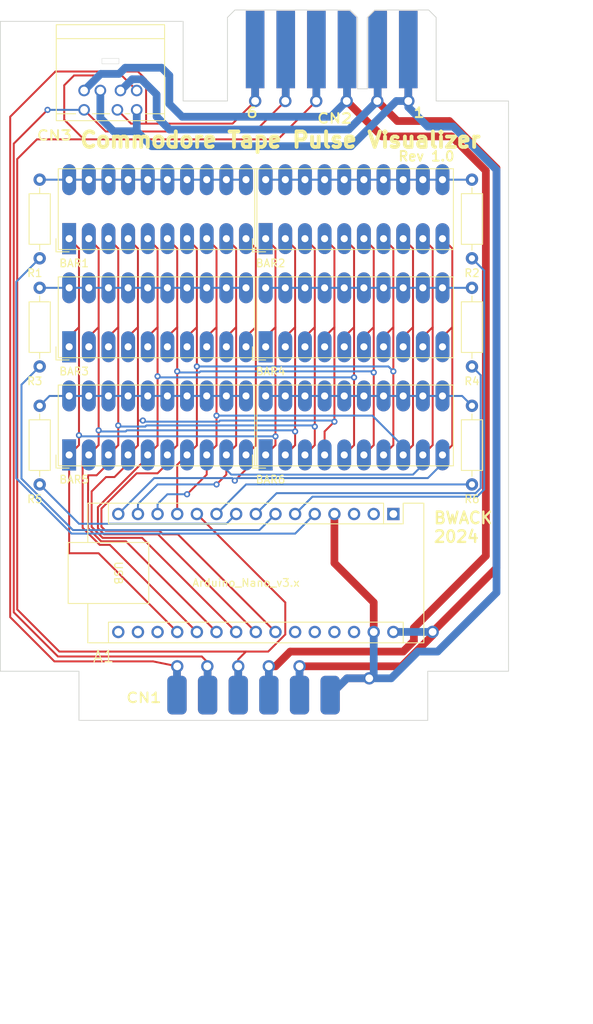
<source format=kicad_pcb>
(kicad_pcb (version 20221018) (generator pcbnew)
  (title_block (title "Commodore Tape Pulse Visualizer") (date "2024-02-04") (rev "1.0"))
  (layers (0 "F.Cu" signal) (31 "B.Cu" signal) (34 "B.Paste" user) (35 "F.Paste" user) (36 "B.SilkS" user "B.Silkscreen") (37 "F.SilkS" user "F.Silkscreen") (38 "B.Mask" user) (39 "F.Mask" user) (44 "Edge.Cuts" user))
  (net 0 "")
  (net 1 "GND")
  (net 2 "+5V")
  (net 3 "/CASS_MOTOR")
  (net 4 "/CASS_WRT")
  (net 5 "/LED6")
  (net 6 "/LED7")
  (net 7 "/LED8")
  (net 8 "/LED9")
  (net 9 "/LED0")
  (net 10 "/LED1")
  (net 11 "/LED2")
  (net 12 "/CASS_SENSE")
  (net 13 "/CASS_RD")
  (net 14 "/LED3")
  (net 15 "/LED4")
  (net 16 "/LED5")
  (net 17 "Net-(BAR1-K-Pad11)")
  (net 18 "Net-(BAR2-K-Pad11)")
  (net 22 "/BAR1")
  (net 23 "/BAR2")
  (net 24 "/BAR3")
  (net 25 "/BAR4")
  (net 31 "/BAR5")
  (net 32 "/BAR6")
  (net 35 "Net-(BAR3-K-Pad11)")
  (net 36 "Net-(BAR4-K-Pad11)")
  (net 37 "Net-(BAR5-K-Pad11)")
  (net 38 "Net-(BAR6-K-Pad11)")
  (footprint "jaujau:EDGE_CON_FEMALE_12P_TAPE" (layer "F.Cu") (at 86.327556 155.82517)
    (fp_text reference "CN1")
    (fp_text value "~")
  )
  (footprint "Resistor_THT:R_Axial_DIN0207_L6.3mm_D2.5mm_P10.16mm_Horizontal" (layer "F.Cu") (at 124.46 60.96 -90)
    (fp_text reference "R4")
    (fp_text value "1K")
  )
  (footprint "Resistor_THT:R_Axial_DIN0207_L6.3mm_D2.5mm_P10.16mm_Horizontal" (layer "F.Cu") (at 124.46 76.2 -90)
    (fp_text reference "R6")
    (fp_text value "1K")
  )
  (footprint "jaujau:HDSP-4832" (layer "F.Cu") (at 97.79 68.58 90)
    (fp_text reference "BAR4")
    (fp_text value "HDSP-4832_2")
  )
  (footprint "Resistor_THT:R_Axial_DIN0207_L6.3mm_D2.5mm_P10.16mm_Horizontal" (layer "F.Cu") (at 68.58 60.96 -90)
    (fp_text reference "R3")
    (fp_text value "1K")
  )
  (footprint "jaujau:HDSP-4832" (layer "F.Cu") (at 97.79 54.61 90)
    (fp_text reference "BAR2")
    (fp_text value "HDSP-4832_2")
  )
  (footprint "jaujau:HDSP-4832" (layer "F.Cu") (at 72.39 54.61 90)
    (fp_text reference "BAR1")
    (fp_text value "HDSP-4832_2")
  )
  (footprint "c64c-library:EDGE_CON_12P_TAPE" (layer "F.Cu") (at 96.428045 30.18152)
    (fp_text reference "CN2")
    (fp_text value "~")
  )
  (footprint "Resistor_THT:R_Axial_DIN0207_L6.3mm_D2.5mm_P10.16mm_Horizontal" (layer "F.Cu") (at 68.58 76.2 -90)
    (fp_text reference "R5")
    (fp_text value "1K")
  )
  (footprint "jaujau:HDSP-4832" (layer "F.Cu") (at 97.79 82.55 90)
    (fp_text reference "BAR6")
    (fp_text value "HDSP-4832_2")
  )
  (footprint "jaujau:HDSP-4832" (layer "F.Cu") (at 72.39 68.58 90)
    (fp_text reference "BAR3")
    (fp_text value "HDSP-4832_2")
  )
  (footprint "Resistor_THT:R_Axial_DIN0207_L6.3mm_D2.5mm_P10.16mm_Horizontal" (layer "F.Cu") (at 124.46 46.99 -90)
    (fp_text reference "R2")
    (fp_text value "1K")
  )
  (footprint "Module:Arduino_Nano" (layer "F.Cu") (at 114.3 90.18 -90)
    (fp_text reference "A1")
    (fp_text value "Arduino_Nano_v3.x")
  )
  (footprint "Resistor_THT:R_Axial_DIN0207_L6.3mm_D2.5mm_P10.16mm_Horizontal" (layer "F.Cu") (at 68.58 46.99 -90)
    (fp_text reference "R1")
    (fp_text value "1K")
  )
  (footprint "jaujau:CUI_MD-70S" (layer "F.Cu") (at 77.724 26.973 180)
    (fp_text reference "CN3")
    (fp_text value "MiniDIN 7pin female")
    (fp_line (start -1.1 -5.052002) (end 1.1 -5.052002) (stroke (width 0.05)) (layer "Edge.Cuts"))
    (fp_line (start -1.1 -4.352002) (end -1.1 -5.052002) (stroke (width 0.05)) (layer "Edge.Cuts"))
    (fp_line (start -1.1 -4.352002) (end 1.1 -4.352002) (stroke (width 0.05)) (layer "Edge.Cuts"))
    (fp_line (start 1.1 -4.352002) (end 1.1 -5.052002) (stroke (width 0.05)) (layer "Edge.Cuts"))
  )
  (footprint "jaujau:HDSP-4832" (layer "F.Cu") (at 72.39 82.55 90)
    (fp_text reference "BAR5")
    (fp_text value "HDSP-4832_2")
  )
  (gr_line (start 73.66 116.84) (end 118.745 116.84) (stroke (width 0.1)) (layer "Edge.Cuts"))
  (gr_line (start 63.5 26.543) (end 63.5 110.49) (stroke (width 0.1)) (layer "Edge.Cuts"))
  (gr_line (start 108.7044 25.0698) (end 109.6696 26.035) (stroke (width 0.1)) (layer "Edge.Cuts"))
  (gr_line (start 118.745 116.84) (end 118.745 110.49) (stroke (width 0.1)) (layer "Edge.Cuts"))
  (gr_line (start 92.55 36.83) (end 92.8548 36.83) (stroke (width 0.1)) (layer "Edge.Cuts"))
  (gr_line (start 118.745 110.49) (end 129.1844 110.49) (stroke (width 0.1)) (layer "Edge.Cuts"))
  (gr_line (start 111.9048 25.0698) (end 118.8644 25.0698) (stroke (width 0.1)) (layer "Edge.Cuts"))
  (gr_line (start 87.122 36.83) (end 87.122 26.543) (stroke (width 0.1)) (layer "Edge.Cuts"))
  (gr_line (start 109.6696 26.035) (end 109.6696 35.2552) (stroke (width 0.1)) (layer "Edge.Cuts"))
  (gr_line (start 118.8644 25.0698) (end 119.8296 26.035) (stroke (width 0.1)) (layer "Edge.Cuts"))
  (gr_line (start 92.8548 26.035) (end 93.82 25.0698) (stroke (width 0.1)) (layer "Edge.Cuts"))
  (gr_line (start 120.1344 36.83) (end 129.1844 36.83) (stroke (width 0.1)) (layer "Edge.Cuts"))
  (gr_line (start 109.6696 35.2552) (end 110.9396 35.2552) (stroke (width 0.1)) (layer "Edge.Cuts"))
  (gr_line (start 87.122 26.543) (end 63.5 26.543) (stroke (width 0.1)) (layer "Edge.Cuts"))
  (gr_line (start 119.8296 26.035) (end 119.8296 36.83) (stroke (width 0.1)) (layer "Edge.Cuts"))
  (gr_line (start 110.9396 26.035) (end 111.9048 25.0698) (stroke (width 0.1)) (layer "Edge.Cuts"))
  (gr_line (start 119.8296 36.83) (end 120.1344 36.83) (stroke (width 0.1)) (layer "Edge.Cuts"))
  (gr_line (start 129.1844 110.49) (end 129.1844 36.83) (stroke (width 0.1)) (layer "Edge.Cuts"))
  (gr_line (start 73.66 116.84) (end 73.66 110.49) (stroke (width 0.1)) (layer "Edge.Cuts"))
  (gr_line (start 93.82 25.0698) (end 108.7044 25.0698) (stroke (width 0.1)) (layer "Edge.Cuts"))
  (gr_line (start 92.55 36.83) (end 87.122 36.83) (stroke (width 0.1)) (layer "Edge.Cuts"))
  (gr_line (start 73.66 110.49) (end 63.5 110.49) (stroke (width 0.1)) (layer "Edge.Cuts"))
  (gr_line (start 92.8548 36.83) (end 92.8548 26.035) (stroke (width 0.1)) (layer "Edge.Cuts"))
  (gr_line (start 110.9396 35.2552) (end 110.9396 26.035) (stroke (width 0.1)) (layer "Edge.Cuts"))
  (gr_text "Commodore Tape Pulse Visualizer" (at 73.5584 43.0276) (layer "F.SilkS") (effects (font (size 2 2) (thickness 0.5) bold) (justify left bottom)))
  (gr_text "Rev ${REVISION}" (at 114.808 44.704) (layer "F.SilkS") (effects (font (size 1.25 1.25) (thickness 0.25) bold) (justify left bottom)))
  (gr_text "BWACK\n2024" (at 119.38 93.98) (layer "F.SilkS") (effects (font (size 1.5 1.5) (thickness 0.3) bold) (justify left bottom)))
  (segment (start 108.297726 111.405) (end 111.183182 111.405) (width 1) (layer "F.Cu") (net 1))
  (segment (start 111.76 101.6) (end 106.68 96.52) (width 1) (layer "F.Cu") (net 1))
  (segment (start 116.228045 30.18152) (end 116.228045 36.823692) (width 1) (layer "F.Cu") (net 1))
  (segment (start 116.228045 36.823692) (end 116.234353 36.83) (width 1) (layer "F.Cu") (net 1))
  (segment (start 111.76 105.42) (end 111.76 101.6) (width 1) (layer "F.Cu") (net 1))
  (segment (start 106.68 96.52) (end 106.68 90.18) (width 1) (layer "F.Cu") (net 1))
  (segment (start 106.127556 113.57517) (end 108.297726 111.405) (width 1) (layer "F.Cu") (net 1))
  (via (at 116.234353 36.83) (size 1.6) (drill 1) (layers "F.Cu" "B.Cu") (net 1))
  (via (at 111.183182 111.405) (size 1.6) (drill 1) (layers "F.Cu" "B.Cu") (net 1))
  (segment (start 78.1268 40.738) (end 76.424 39.0352) (width 1) (layer "B.Cu") (net 1))
  (segment (start 127.635 45.72) (end 122.047 40.132) (width 1) (layer "B.Cu") (net 1))
  (segment (start 114.681 36.83) (end 108.839 42.672) (width 1) (layer "B.Cu") (net 1))
  (segment (start 127.635 100.33) (end 120.015 107.95) (width 1) (layer "B.Cu") (net 1))
  (segment (start 108.839 42.672) (end 83.058 42.672) (width 1) (layer "B.Cu") (net 1))
  (segment (start 108.297726 111.405) (end 111.183182 111.405) (width 1) (layer "B.Cu") (net 1))
  (segment (start 117.475 107.95) (end 114.02 111.405) (width 1) (layer "B.Cu") (net 1))
  (segment (start 118.745 40.132) (end 116.234353 37.621353) (width 1) (layer "B.Cu") (net 1))
  (segment (start 120.015 107.95) (end 117.475 107.95) (width 1) (layer "B.Cu") (net 1))
  (segment (start 116.234353 36.83) (end 114.681 36.83) (width 1) (layer "B.Cu") (net 1))
  (segment (start 122.047 40.132) (end 118.745 40.132) (width 1) (layer "B.Cu") (net 1))
  (segment (start 81.124 40.738) (end 78.1268 40.738) (width 1) (layer "B.Cu") (net 1))
  (segment (start 116.228045 36.823692) (end 116.234353 36.83) (width 1) (layer "B.Cu") (net 1))
  (segment (start 116.228045 30.18152) (end 116.228045 36.823692) (width 1) (layer "B.Cu") (net 1))
  (segment (start 127.635 45.72) (end 127.635 100.33) (width 1) (layer "B.Cu") (net 1))
  (segment (start 116.234353 37.621353) (end 116.234353 36.83) (width 1) (layer "B.Cu") (net 1))
  (segment (start 106.127556 113.57517) (end 108.297726 111.405) (width 1) (layer "B.Cu") (net 1))
  (segment (start 114.02 111.405) (end 111.183182 111.405) (width 1) (layer "B.Cu") (net 1))
  (segment (start 111.76 105.42) (end 111.76 110.828182) (width 1) (layer "B.Cu") (net 1))
  (segment (start 111.76 110.828182) (end 111.183182 111.405) (width 1) (layer "B.Cu") (net 1))
  (segment (start 81.124 40.738) (end 81.124 37.973) (width 1) (layer "B.Cu") (net 1))
  (segment (start 76.424 39.0352) (end 76.424 35.473) (width 1) (layer "B.Cu") (net 1))
  (segment (start 83.058 42.672) (end 81.124 40.738) (width 1) (layer "B.Cu") (net 1))
  (segment (start 102.176624 109.855) (end 102.176624 113.566102) (width 1) (layer "F.Cu") (net 2))
  (segment (start 112.268045 30.18152) (end 112.268045 36.783604) (width 1) (layer "F.Cu") (net 2))
  (segment (start 119.38 105.837056) (end 119.38 105.41) (width 1) (layer "F.Cu") (net 2))
  (segment (start 115.362056 109.855) (end 119.38 105.837056) (width 1) (layer "F.Cu") (net 2))
  (segment (start 102.176624 109.855) (end 115.362056 109.855) (width 1) (layer "F.Cu") (net 2))
  (segment (start 127.635 45.512056) (end 121.539295 39.416351) (width 1) (layer "F.Cu") (net 2))
  (segment (start 114.808 39.416351) (end 112.221649 36.83) (width 1) (layer "F.Cu") (net 2))
  (segment (start 119.38 105.41) (end 127.635 97.155) (width 1) (layer "F.Cu") (net 2))
  (segment (start 127.635 97.155) (end 127.635 45.512056) (width 1) (layer "F.Cu") (net 2))
  (segment (start 102.176624 113.566102) (end 102.167556 113.57517) (width 1) (layer "F.Cu") (net 2))
  (segment (start 112.268045 36.783604) (end 112.221649 36.83) (width 1) (layer "F.Cu") (net 2))
  (segment (start 121.539295 39.416351) (end 114.808 39.416351) (width 1) (layer "F.Cu") (net 2))
  (via (at 112.221649 36.83) (size 1.6) (drill 1) (layers "F.Cu" "B.Cu") (net 2))
  (via (at 102.176624 109.855) (size 1.6) (drill 1) (layers "F.Cu" "B.Cu") (net 2))
  (via (at 119.38 105.41) (size 1.6) (drill 1) (layers "F.Cu" "B.Cu") (net 2))
  (segment (start 114.31 105.41) (end 114.3 105.42) (width 1) (layer "B.Cu") (net 2))
  (segment (start 79.07339 35.473) (end 80.52339 34.023) (width 1) (layer "B.Cu") (net 2))
  (segment (start 83.693 35.99139) (end 83.693 38.844944) (width 1) (layer "B.Cu") (net 2))
  (segment (start 102.167556 113.57517) (end 102.167556 109.864068) (width 1) (layer "B.Cu") (net 2))
  (segment (start 119.38 105.41) (end 114.31 105.41) (width 1) (layer "B.Cu") (net 2))
  (segment (start 83.693 38.844944) (end 85.361056 40.513) (width 1) (layer "B.Cu") (net 2))
  (segment (start 80.52339 34.023) (end 81.72461 34.023) (width 1) (layer "B.Cu") (net 2))
  (segment (start 81.72461 34.023) (end 83.693 35.99139) (width 1) (layer "B.Cu") (net 2))
  (segment (start 102.167556 109.864068) (end 102.176624 109.855) (width 1) (layer "B.Cu") (net 2))
  (segment (start 79.024 35.473) (end 79.07339 35.473) (width 1) (layer "B.Cu") (net 2))
  (segment (start 112.268045 36.783604) (end 112.221649 36.83) (width 1) (layer "B.Cu") (net 2))
  (segment (start 85.361056 40.513) (end 108.538649 40.513) (width 1) (layer "B.Cu") (net 2))
  (segment (start 112.268045 30.18152) (end 112.268045 36.783604) (width 1) (layer "B.Cu") (net 2))
  (segment (start 108.538649 40.513) (end 112.221649 36.83) (width 1) (layer "B.Cu") (net 2))
  (segment (start 108.308045 30.18152) (end 108.308045 36.788935) (width 1) (layer "F.Cu") (net 3))
  (segment (start 121.827888 41.402) (end 112.83898 41.402) (width 1) (layer "F.Cu") (net 3))
  (segment (start 116.953161 106.566839) (end 116.953161 104.888161) (width 1) (layer "F.Cu") (net 3))
  (segment (start 112.83898 41.402) (end 108.26698 36.83) (width 1) (layer "F.Cu") (net 3))
  (segment (start 98.201227 109.855) (end 99.06 109.855) (width 1) (layer "F.Cu") (net 3))
  (segment (start 126.255444 95.585877) (end 126.255444 45.829556) (width 1) (layer "F.Cu") (net 3))
  (segment (start 98.207556 109.861329) (end 98.201227 109.855) (width 1) (layer "F.Cu") (net 3))
  (segment (start 115.57 107.95) (end 116.953161 106.566839) (width 1) (layer "F.Cu") (net 3))
  (segment (start 108.308045 36.788935) (end 108.26698 36.83) (width 1) (layer "F.Cu") (net 3))
  (segment (start 99.06 109.855) (end 100.965 107.95) (width 1) (layer "F.Cu") (net 3))
  (segment (start 100.965 107.95) (end 115.57 107.95) (width 1) (layer "F.Cu") (net 3))
  (segment (start 116.953161 104.888161) (end 126.255444 95.585877) (width 1) (layer "F.Cu") (net 3))
  (segment (start 126.255444 45.829556) (end 121.827888 41.402) (width 1) (layer "F.Cu") (net 3))
  (segment (start 98.207556 113.57517) (end 98.207556 109.861329) (width 1) (layer "F.Cu") (net 3))
  (via (at 98.201227 109.855) (size 1.6) (drill 1) (layers "F.Cu" "B.Cu") (net 3))
  (via (at 108.26698 36.83) (size 1.6) (drill 1) (layers "F.Cu" "B.Cu") (net 3))
  (segment (start 78.8416 33.3248) (end 79.6352 32.5312) (width 1) (layer "B.Cu") (net 3))
  (segment (start 108.308045 36.788935) (end 108.26698 36.83) (width 1) (layer "B.Cu") (net 3))
  (segment (start 74.324 35.473) (end 76.4722 33.3248) (width 1) (layer "B.Cu") (net 3))
  (segment (start 85.344 33.528) (end 85.344 37.211) (width 1) (layer "B.Cu") (net 3))
  (segment (start 106.23498 38.862) (end 108.26698 36.83) (width 1) (layer "B.Cu") (net 3))
  (segment (start 98.207556 113.57517) (end 98.207556 109.861329) (width 1) (layer "B.Cu") (net 3))
  (segment (start 108.308045 30.18152) (end 108.308045 36.788935) (width 1) (layer "B.Cu") (net 3))
  (segment (start 86.995 38.862) (end 106.23498 38.862) (width 1) (layer "B.Cu") (net 3))
  (segment (start 85.344 37.211) (end 86.995 38.862) (width 1) (layer "B.Cu") (net 3))
  (segment (start 84.3472 32.5312) (end 85.344 33.528) (width 1) (layer "B.Cu") (net 3))
  (segment (start 76.4722 33.3248) (end 78.8416 33.3248) (width 1) (layer "B.Cu") (net 3))
  (segment (start 79.6352 32.5312) (end 84.3472 32.5312) (width 1) (layer "B.Cu") (net 3))
  (segment (start 98.207556 109.861329) (end 98.201227 109.855) (width 1) (layer "B.Cu") (net 3))
  (segment (start 79.052 40.767) (end 77.118 40.767) (width 0.25) (layer "F.Cu") (net 4))
  (segment (start 90.287556 113.57517) (end 90.287556 109.890037) (width 1) (layer "F.Cu") (net 4))
  (segment (start 65.224 42.345) (end 69.596 37.973) (width 0.254) (layer "F.Cu") (net 4))
  (segment (start 100.388045 30.18152) (end 100.388045 36.774726) (width 1) (layer "F.Cu") (net 4))
  (segment (start 90.252519 109.302519) (end 89.535 108.585) (width 0.254) (layer "F.Cu") (net 4))
  (segment (start 90.287556 109.890037) (end 90.252519 109.855) (width 1) (layer "F.Cu") (net 4))
  (segment (start 89.535 108.585) (end 70.939 108.585) (width 0.254) (layer "F.Cu") (net 4))
  (segment (start 77.118 40.767) (end 74.324 37.973) (width 0.25) (layer "F.Cu") (net 4))
  (segment (start 100.388045 36.774726) (end 100.332771 36.83) (width 1) (layer "F.Cu") (net 4))
  (segment (start 70.939 108.585) (end 65.224 102.87) (width 0.254) (layer "F.Cu") (net 4))
  (segment (start 65.224 102.87) (end 65.224 44.638052) (width 0.254) (layer "F.Cu") (net 4))
  (segment (start 96.395771 40.767) (end 79.052 40.767) (width 0.25) (layer "F.Cu") (net 4))
  (segment (start 90.252519 109.855) (end 90.252519 109.302519) (width 0.254) (layer "F.Cu") (net 4))
  (segment (start 65.224 44.638052) (end 65.224 42.345) (width 0.254) (layer "F.Cu") (net 4))
  (segment (start 100.332771 36.83) (end 96.395771 40.767) (width 0.25) (layer "F.Cu") (net 4))
  (via (at 69.596 37.973) (size 0.8) (drill 0.4) (layers "F.Cu" "B.Cu") (net 4))
  (via (at 90.252519 109.855) (size 1.6) (drill 1) (layers "F.Cu" "B.Cu") (net 4))
  (via (at 100.332771 36.83) (size 1.6) (drill 1) (layers "F.Cu" "B.Cu") (net 4))
  (segment (start 69.596 37.973) (end 74.324 37.973) (width 0.254) (layer "B.Cu") (net 4))
  (segment (start 90.287556 113.57517) (end 90.287556 109.890037) (width 1) (layer "B.Cu") (net 4))
  (segment (start 100.388045 36.774726) (end 100.332771 36.83) (width 1) (layer "B.Cu") (net 4))
  (segment (start 90.287556 109.890037) (end 90.252519 109.855) (width 1) (layer "B.Cu") (net 4))
  (segment (start 100.388045 30.18152) (end 100.388045 36.774726) (width 1) (layer "B.Cu") (net 4))
  (segment (start 114.3 81.28) (end 114.3 66.04) (width 0.254) (layer "F.Cu") (net 5))
  (segment (start 87.63 54.61) (end 88.9 55.88) (width 0.254) (layer "F.Cu") (net 5))
  (segment (start 88.9 66.04) (end 88.9 71.12) (width 0.254) (layer "F.Cu") (net 5))
  (segment (start 88.9 71.12) (end 88.9 81.3155) (width 0.254) (layer "F.Cu") (net 5))
  (segment (start 86.36 83.82) (end 87.63 82.55) (width 0.25) (layer "F.Cu") (net 5))
  (segment (start 114.3 55.88) (end 113.03 54.61) (width 0.254) (layer "F.Cu") (net 5))
  (segment (start 87.7375 67.167) (end 87.7375 68.58) (width 0.254) (layer "F.Cu") (net 5))
  (segment (start 114.3 66.04) (end 114.3 55.88) (width 0.254) (layer "F.Cu") (net 5))
  (segment (start 113.03 82.55) (end 114.3 81.28) (width 0.254) (layer "F.Cu") (net 5))
  (segment (start 88.9 81.3155) (end 87.63 82.55) (width 0.254) (layer "F.Cu") (net 5))
  (segment (start 113.03 67.31) (end 114.3 66.04) (width 0.254) (layer "F.Cu") (net 5))
  (segment (start 88.9 66.04) (end 87.7375 67.167) (width 0.254) (layer "F.Cu") (net 5))
  (segment (start 113.03 68.58) (end 113.03 67.31) (width 0.254) (layer "F.Cu") (net 5))
  (segment (start 88.9 55.88) (end 88.9 66.04) (width 0.254) (layer "F.Cu") (net 5))
  (segment (start 86.36 90.18) (end 86.36 83.82) (width 0.25) (layer "F.Cu") (net 5))
  (via (at 114.3 71.755) (size 0.8) (drill 0.4) (layers "F.Cu" "B.Cu") (net 5))
  (via (at 88.9 71.12) (size 0.8) (drill 0.4) (layers "F.Cu" "B.Cu") (net 5))
  (segment (start 88.9 71.12) (end 113.665 71.12) (width 0.254) (layer "B.Cu") (net 5))
  (segment (start 113.665 71.12) (end 114.3 71.755) (width 0.254) (layer "B.Cu") (net 5))
  (segment (start 91.44 81.3155) (end 90.17 82.55) (width 0.254) (layer "F.Cu") (net 6))
  (segment (start 116.84 66.04) (end 116.84 55.88) (width 0.254) (layer "F.Cu") (net 6))
  (segment (start 115.57 67.31) (end 116.84 66.04) (width 0.254) (layer "F.Cu") (net 6))
  (segment (start 116.84 55.88) (end 115.57 54.61) (width 0.254) (layer "F.Cu") (net 6))
  (segment (start 91.44 66.04) (end 90.2775 67.167) (width 0.254) (layer "F.Cu") (net 6))
  (segment (start 91.44 66.04) (end 91.44 77.47) (width 0.254) (layer "F.Cu") (net 6))
  (segment (start 91.44 55.88) (end 91.44 66.04) (width 0.254) (layer "F.Cu") (net 6))
  (segment (start 90.2775 67.167) (end 90.2775 68.58) (width 0.254) (layer "F.Cu") (net 6))
  (segment (start 90.17 85.09) (end 90.17 82.55) (width 0.25) (layer "F.Cu") (net 6))
  (segment (start 90.17 54.61) (end 91.44 55.88) (width 0.254) (layer "F.Cu") (net 6))
  (segment (start 87.63 87.63) (end 90.17 85.09) (width 0.25) (layer "F.Cu") (net 6))
  (segment (start 115.57 82.55) (end 116.84 81.28) (width 0.254) (layer "F.Cu") (net 6))
  (segment (start 115.57 68.58) (end 115.57 67.31) (width 0.254) (layer "F.Cu") (net 6))
  (segment (start 116.84 81.28) (end 116.84 66.04) (width 0.254) (layer "F.Cu") (net 6))
  (segment (start 91.44 77.47) (end 91.44 81.3155) (width 0.254) (layer "F.Cu") (net 6))
  (via (at 87.63 87.63) (size 0.8) (drill 0.4) (layers "F.Cu" "B.Cu") (net 6))
  (via (at 91.44 77.47) (size 0.8) (drill 0.4) (layers "F.Cu" "B.Cu") (net 6))
  (segment (start 83.82 88.9) (end 85.09 87.63) (width 0.25) (layer "B.Cu") (net 6))
  (segment (start 83.82 90.18) (end 83.82 88.9) (width 0.25) (layer "B.Cu") (net 6))
  (segment (start 111.59 77.47) (end 115.57 81.45) (width 0.254) (layer "B.Cu") (net 6))
  (segment (start 85.09 87.63) (end 87.63 87.63) (width 0.25) (layer "B.Cu") (net 6))
  (segment (start 115.57 81.45) (end 115.57 82.55) (width 0.254) (layer "B.Cu") (net 6))
  (segment (start 91.44 77.47) (end 111.59 77.47) (width 0.254) (layer "B.Cu") (net 6))
  (segment (start 92.8175 68.58) (end 92.8175 67.2025) (width 0.254) (layer "F.Cu") (net 7))
  (segment (start 92.71 54.61) (end 93.98 55.88) (width 0.254) (layer "F.Cu") (net 7))
  (segment (start 93.98 55.88) (end 93.98 81.3155) (width 0.254) (layer "F.Cu") (net 7))
  (segment (start 118.11 82.55) (end 119.38 81.28) (width 0.254) (layer "F.Cu") (net 7))
  (segment (start 118.11 68.58) (end 118.11 67.31) (width 0.254) (layer "F.Cu") (net 7))
  (segment (start 118.11 67.31) (end 119.38 66.04) (width 0.254) (layer "F.Cu") (net 7))
  (segment (start 119.38 66.04) (end 119.38 55.88) (width 0.254) (layer "F.Cu") (net 7))
  (segment (start 93.98 81.3155) (end 92.71 82.55) (width 0.254) (layer "F.Cu") (net 7))
  (segment (start 119.38 55.88) (end 118.11 54.61) (width 0.254) (layer "F.Cu") (net 7))
  (segment (start 119.38 81.28) (end 119.38 66.04) (width 0.254) (layer "F.Cu") (net 7))
  (segment (start 92.8175 67.2025) (end 93.96582 66.04) (width 0.254) (layer "F.Cu") (net 7))
  (segment (start 91.44 86.36) (end 92.71 85.09) (width 0.25) (layer "F.Cu") (net 7))
  (segment (start 92.71 85.09) (end 92.71 82.55) (width 0.25) (layer "F.Cu") (net 7))
  (via (at 91.44 86.36) (size 0.8) (drill 0.4) (layers "F.Cu" "B.Cu") (net 7))
  (segment (start 81.28 88.9) (end 83.82 86.36) (width 0.25) (layer "B.Cu") (net 7))
  (segment (start 118.11 83.82) (end 118.11 82.55) (width 0.25) (layer "B.Cu") (net 7))
  (segment (start 93.345 85.09) (end 116.84 85.09) (width 0.25) (layer "B.Cu") (net 7))
  (segment (start 83.82 86.36) (end 91.44 86.36) (width 0.25) (layer "B.Cu") (net 7))
  (segment (start 92.71 82.55) (end 92.71 84.455) (width 0.25) (layer "B.Cu") (net 7))
  (segment (start 81.28 90.18) (end 81.28 88.9) (width 0.25) (layer "B.Cu") (net 7))
  (segment (start 92.71 84.455) (end 93.345 85.09) (width 0.25) (layer "B.Cu") (net 7))
  (segment (start 116.84 85.09) (end 118.11 83.82) (width 0.25) (layer "B.Cu") (net 7))
  (segment (start 95.3575 68.58) (end 95.3575 67.167) (width 0.254) (layer "F.Cu") (net 8))
  (segment (start 120.65 68.58) (end 120.65 67.31) (width 0.254) (layer "F.Cu") (net 8))
  (segment (start 120.65 67.31) (end 121.92 66.04) (width 0.254) (layer "F.Cu") (net 8))
  (segment (start 95.3575 67.167) (end 96.52 66.04) (width 0.254) (layer "F.Cu") (net 8))
  (segment (start 121.92 55.88) (end 120.65 54.61) (width 0.254) (layer "F.Cu") (net 8))
  (segment (start 96.52 55.88) (end 96.52 66.04) (width 0.254) (layer "F.Cu") (net 8))
  (segment (start 95.25 82.55) (end 95.25 84.417555) (width 0.25) (layer "F.Cu") (net 8))
  (segment (start 96.52 81.3155) (end 95.25 82.55) (width 0.254) (layer "F.Cu") (net 8))
  (segment (start 121.92 81.28) (end 121.92 66.04) (width 0.254) (layer "F.Cu") (net 8))
  (segment (start 120.65 82.55) (end 121.92 81.28) (width 0.254) (layer "F.Cu") (net 8))
  (segment (start 96.52 66.04) (end 96.52 81.3155) (width 0.254) (layer "F.Cu") (net 8))
  (segment (start 121.92 66.04) (end 121.92 55.88) (width 0.254) (layer "F.Cu") (net 8))
  (segment (start 95.25 54.61) (end 96.52 55.88) (width 0.254) (layer "F.Cu") (net 8))
  (segment (start 95.25 84.417555) (end 93.802555 85.865) (width 0.25) (layer "F.Cu") (net 8))
  (via (at 93.802555 85.865) (size 0.8) (drill 0.4) (layers "F.Cu" "B.Cu") (net 8))
  (segment (start 78.74 90.18) (end 83.38 85.54) (width 0.25) (layer "B.Cu") (net 8))
  (segment (start 93.477555 85.54) (end 93.802555 85.865) (width 0.25) (layer "B.Cu") (net 8))
  (segment (start 120.65 82.55) (end 120.65 83.65) (width 0.25) (layer "B.Cu") (net 8))
  (segment (start 83.38 85.54) (end 93.477555 85.54) (width 0.25) (layer "B.Cu") (net 8))
  (segment (start 118.76 85.54) (end 94.127555 85.54) (width 0.25) (layer "B.Cu") (net 8))
  (segment (start 94.127555 85.54) (end 93.802555 85.865) (width 0.25) (layer "B.Cu") (net 8))
  (segment (start 120.65 83.65) (end 118.76 85.54) (width 0.25) (layer "B.Cu") (net 8))
  (segment (start 72.39 54.61) (end 73.66 55.88) (width 0.254) (layer "F.Cu") (net 9))
  (segment (start 99.06 55.88) (end 97.79 54.61) (width 0.25) (layer "F.Cu") (net 9))
  (segment (start 99.06 80.152) (end 99.06 66.04) (width 0.25) (layer "F.Cu") (net 9))
  (segment (start 73.66 55.88) (end 73.66 66.04) (width 0.254) (layer "F.Cu") (net 9))
  (segment (start 76.19 95.25) (end 72.39 95.25) (width 0.254) (layer "F.Cu") (net 9))
  (segment (start 97.79 67.31) (end 99.06 66.04) (width 0.254) (layer "F.Cu") (net 9))
  (segment (start 72.39 95.25) (end 72.39 82.55) (width 0.254) (layer "F.Cu") (net 9))
  (segment (start 72.4975 67.2025) (end 73.66 66.04) (width 0.254) (layer "F.Cu") (net 9))
  (segment (start 97.79 82.55) (end 99.06 81.28) (width 0.254) (layer "F.Cu") (net 9))
  (segment (start 99.06 66.04) (end 99.06 55.88) (width 0.25) (layer "F.Cu") (net 9))
  (segment (start 97.79 54.61) (end 98.917 55.737) (width 0.254) (layer "F.Cu") (net 9))
  (segment (start 86.36 105.42) (end 76.19 95.25) (width 0.254) (layer "F.Cu") (net 9))
  (segment (start 73.66 81.28) (end 72.39 82.55) (width 0.254) (layer "F.Cu") (net 9))
  (segment (start 99.06 81.28) (end 99.06 80.152) (width 0.254) (layer "F.Cu") (net 9))
  (segment (start 72.4975 68.58) (end 72.4975 67.2025) (width 0.254) (layer "F.Cu") (net 9))
  (segment (start 97.79 68.58) (end 97.79 67.31) (width 0.254) (layer "F.Cu") (net 9))
  (segment (start 97.79 68.58) (end 97.79 67.167) (width 0.254) (layer "F.Cu") (net 9))
  (segment (start 73.66 66.04) (end 73.66 81.28) (width 0.254) (layer "F.Cu") (net 9))
  (via (at 99.06 80.152) (size 0.8) (drill 0.4) (layers "F.Cu" "B.Cu") (net 9))
  (via (at 73.66 80.01) (size 0.8) (drill 0.4) (layers "F.Cu" "B.Cu") (net 9))
  (segment (start 98.915 80.15) (end 73.8 80.15) (width 0.25) (layer "B.Cu") (net 9))
  (segment (start 99.06 80.152) (end 98.915 80.15) (width 0.25) (layer "B.Cu") (net 9))
  (segment (start 73.8 80.15) (end 73.66 80.01) (width 0.25) (layer "B.Cu") (net 9))
  (segment (start 101.6 55.88) (end 101.6 66.04) (width 0.25) (layer "F.Cu") (net 10))
  (segment (start 76.2 66.04) (end 76.2 79.375) (width 0.254) (layer "F.Cu") (net 10))
  (segment (start 100.33 67.31) (end 101.6 66.04) (width 0.25) (layer "F.Cu") (net 10))
  (segment (start 101.457 81.423) (end 100.33 82.55) (width 0.254) (layer "F.Cu") (net 10))
  (segment (start 100.33 82.55) (end 101.6 81.28) (width 0.254) (layer "F.Cu") (net 10))
  (segment (start 88.9 105.42) (end 77.644 94.164) (width 0.254) (layer "F.Cu") (net 10))
  (segment (start 76.2 81.28) (end 74.93 82.55) (width 0.254) (layer "F.Cu") (net 10))
  (segment (start 76.2 55.88) (end 76.2 66.04) (width 0.254) (layer "F.Cu") (net 10))
  (segment (start 75.0375 67.2025) (end 76.2 66.04) (width 0.254) (layer "F.Cu") (net 10))
  (segment (start 74.130001 91.952318) (end 74.130001 83.349999) (width 0.254) (layer "F.Cu") (net 10))
  (segment (start 101.6 81.28) (end 101.6 79.517) (width 0.254) (layer "F.Cu") (net 10))
  (segment (start 101.6 66.04) (end 101.6 79.517) (width 0.25) (layer "F.Cu") (net 10))
  (segment (start 100.33 54.61) (end 101.6 55.88) (width 0.25) (layer "F.Cu") (net 10))
  (segment (start 100.33 68.58) (end 100.33 67.31) (width 0.25) (layer "F.Cu") (net 10))
  (segment (start 74.130001 83.349999) (end 74.93 82.55) (width 0.254) (layer "F.Cu") (net 10))
  (segment (start 77.644 94.164) (end 76.341683 94.164) (width 0.254) (layer "F.Cu") (net 10))
  (segment (start 76.2 55.88) (end 74.93 54.61) (width 0.254) (layer "F.Cu") (net 10))
  (segment (start 75.0375 68.58) (end 75.0375 67.2025) (width 0.254) (layer "F.Cu") (net 10))
  (segment (start 76.2 79.375) (end 76.2 81.28) (width 0.254) (layer "F.Cu") (net 10))
  (segment (start 76.341683 94.164) (end 74.130001 91.952318) (width 0.254) (layer "F.Cu") (net 10))
  (via (at 76.2 79.375) (size 0.8) (drill 0.4) (layers "F.Cu" "B.Cu") (net 10))
  (via (at 101.6 79.517) (size 0.8) (drill 0.4) (layers "F.Cu" "B.Cu") (net 10))
  (segment (start 79.838844 79.375) (end 79.696844 79.517) (width 0.254) (layer "B.Cu") (net 10))
  (segment (start 76.342 79.517) (end 76.2 79.375) (width 0.254) (layer "B.Cu") (net 10))
  (segment (start 101.6 79.517) (end 101.315 79.375) (width 0.254) (layer "B.Cu") (net 10))
  (segment (start 101.315 79.375) (end 79.838844 79.375) (width 0.254) (layer "B.Cu") (net 10))
  (segment (start 79.696844 79.517) (end 76.342 79.517) (width 0.254) (layer "B.Cu") (net 10))
  (segment (start 78.74 66.04) (end 77.5775 67.167) (width 0.254) (layer "F.Cu") (net 11))
  (segment (start 104.14 81.28) (end 104.14 78.882) (width 0.254) (layer "F.Cu") (net 11))
  (segment (start 78.74 78.74) (end 78.74 81.28) (width 0.254) (layer "F.Cu") (net 11))
  (segment (start 102.87 68.58) (end 102.87 67.31) (width 0.254) (layer "F.Cu") (net 11))
  (segment (start 77.5775 67.167) (end 77.5775 68.58) (width 0.254) (layer "F.Cu") (net 11))
  (segment (start 77.47 83.65) (end 75.938 85.182) (width 0.254) (layer "F.Cu") (net 11))
  (segment (start 78.74 81.28) (end 77.47 82.55) (width 0.254) (layer "F.Cu") (net 11))
  (segment (start 104.14 78.882) (end 104.14 66.04) (width 0.254) (layer "F.Cu") (net 11))
  (segment (start 79.73 93.71) (end 76.529736 93.71) (width 0.254) (layer "F.Cu") (net 11))
  (segment (start 104.14 55.88) (end 102.87 54.61) (width 0.254) (layer "F.Cu") (net 11))
  (segment (start 102.87 82.55) (end 104.14 81.28) (width 0.254) (layer "F.Cu") (net 11))
  (segment (start 103.997 81.423) (end 102.87 82.55) (width 0.254) (layer "F.Cu") (net 11))
  (segment (start 78.74 55.88) (end 78.74 66.04) (width 0.254) (layer "F.Cu") (net 11))
  (segment (start 91.44 105.42) (end 79.73 93.71) (width 0.254) (layer "F.Cu") (net 11))
  (segment (start 78.74 66.04) (end 78.74 78.74) (width 0.254) (layer "F.Cu") (net 11))
  (segment (start 75.938 85.182) (end 74.838 85.182) (width 0.254) (layer "F.Cu") (net 11))
  (segment (start 74.838 92.018264) (end 74.838 85.182) (width 0.254) (layer "F.Cu") (net 11))
  (segment (start 77.47 82.55) (end 77.47 83.65) (width 0.254) (layer "F.Cu") (net 11))
  (segment (start 77.47 54.61) (end 78.74 55.88) (width 0.254) (layer "F.Cu") (net 11))
  (segment (start 102.87 67.31) (end 104.14 66.04) (width 0.254) (layer "F.Cu") (net 11))
  (segment (start 76.529736 93.71) (end 74.838 92.018264) (width 0.254) (layer "F.Cu") (net 11))
  (segment (start 104.14 66.04) (end 104.14 55.88) (width 0.254) (layer "F.Cu") (net 11))
  (via (at 78.74 78.74) (size 0.8) (drill 0.4) (layers "F.Cu" "B.Cu") (net 11))
  (via (at 104.14 78.882) (size 0.8) (drill 0.4) (layers "F.Cu" "B.Cu") (net 11))
  (segment (start 82.236844 78.882) (end 78.8465 78.882) (width 0.254) (layer "B.Cu") (net 11))
  (segment (start 104.14 78.882) (end 103.855 78.74) (width 0.254) (layer "B.Cu") (net 11))
  (segment (start 78.8465 78.882) (end 78.74 78.74) (width 0.254) (layer "B.Cu") (net 11))
  (segment (start 103.855 78.74) (end 82.378844 78.74) (width 0.254) (layer "B.Cu") (net 11))
  (segment (start 82.378844 78.74) (end 82.236844 78.882) (width 0.254) (layer "B.Cu") (net 11))
  (segment (start 86.36 109.855) (end 83.241871 109.22) (width 0.254) (layer "F.Cu") (net 12))
  (segment (start 81.28 33.02) (end 80.19128 33.02) (width 0.25) (layer "F.Cu") (net 12))
  (segment (start 80.402 39.751) (end 78.624 37.973) (width 0.25) (layer "F.Cu") (net 12))
  (segment (start 96.436137 36.83) (end 93.515137 39.751) (width 0.25) (layer "F.Cu") (net 12))
  (segment (start 93.515137 39.751) (end 82.336 39.751) (width 0.25) (layer "F.Cu") (net 12))
  (segment (start 96.428045 36.821908) (end 96.436137 36.83) (width 1) (layer "F.Cu") (net 12))
  (segment (start 70.485 109.22) (end 64.77 103.505) (width 0.254) (layer "F.Cu") (net 12))
  (segment (start 82.336 39.751) (end 82.336 34.076) (width 0.25) (layer "F.Cu") (net 12))
  (segment (start 96.428045 30.18152) (end 96.428045 36.821908) (width 1) (layer "F.Cu") (net 12))
  (segment (start 64.77 103.505) (end 64.77 38.862) (width 0.254) (layer "F.Cu") (net 12))
  (segment (start 82.336 39.751) (end 80.402 39.751) (width 0.25) (layer "F.Cu") (net 12))
  (segment (start 64.77 38.862) (end 70.612 33.02) (width 0.254) (layer "F.Cu") (net 12))
  (segment (start 86.327556 109.887444) (end 86.36 109.855) (width 1) (layer "F.Cu") (net 12))
  (segment (start 83.241871 109.22) (end 70.485 109.22) (width 0.254) (layer "F.Cu") (net 12))
  (segment (start 70.612 33.02) (end 80.19128 33.02) (width 0.254) (layer "F.Cu") (net 12))
  (segment (start 86.327556 113.57517) (end 86.327556 109.887444) (width 1) (layer "F.Cu") (net 12))
  (segment (start 82.336 34.076) (end 81.28 33.02) (width 0.25) (layer "F.Cu") (net 12))
  (via (at 96.436137 36.83) (size 1.6) (drill 1) (layers "F.Cu" "B.Cu") (net 12))
  (via (at 86.36 109.855) (size 1.6) (drill 1) (layers "F.Cu" "B.Cu") (net 12))
  (segment (start 86.327556 113.57517) (end 86.327556 109.887444) (width 1) (layer "B.Cu") (net 12))
  (segment (start 96.428045 36.821908) (end 96.436137 36.83) (width 1) (layer "B.Cu") (net 12))
  (segment (start 86.327556 109.887444) (end 86.36 109.855) (width 1) (layer "B.Cu") (net 12))
  (segment (start 96.428045 30.18152) (end 96.428045 36.821908) (width 1) (layer "B.Cu") (net 12))
  (segment (start 95.25 107.95) (end 98.123819 107.95) (width 0.254) (layer "F.Cu") (net 13))
  (segment (start 71.755 39.243) (end 71.755 34.798) (width 0.254) (layer "F.Cu") (net 13))
  (segment (start 73.025 33.528) (end 79.179 33.528) (width 0.254) (layer "F.Cu") (net 13))
  (segment (start 71.755 34.798) (end 73.025 33.528) (width 0.254) (layer "F.Cu") (net 13))
  (segment (start 95.25 107.95) (end 71.12 107.95) (width 0.254) (layer "F.Cu") (net 13))
  (segment (start 100.33 101.61) (end 88.9 90.18) (width 0.254) (layer "F.Cu") (net 13))
  (segment (start 79.179 33.528) (end 81.124 35.473) (width 0.254) (layer "F.Cu") (net 13))
  (segment (start 71.12 107.95) (end 65.678 102.508) (width 0.254) (layer "F.Cu") (net 13))
  (segment (start 94.247556 109.855) (end 94.247556 108.952444) (width 0.254) (layer "F.Cu") (net 13))
  (segment (start 74.295 41.783) (end 71.755 39.243) (width 0.254) (layer "F.Cu") (net 13))
  (segment (start 104.348045 30.18152) (end 104.348045 36.810848) (width 1) (layer "F.Cu") (net 13))
  (segment (start 100.33 105.743819) (end 100.33 101.61) (width 0.254) (layer "F.Cu") (net 13))
  (segment (start 94.247556 108.952444) (end 95.25 107.95) (width 0.254) (layer "F.Cu") (net 13))
  (segment (start 104.348045 36.810848) (end 104.328893 36.83) (width 1) (layer "F.Cu") (net 13))
  (segment (start 68.218 41.783) (end 65.678 44.323) (width 0.254) (layer "F.Cu") (net 13))
  (segment (start 104.328893 36.83) (end 99.375893 41.783) (width 0.254) (layer "F.Cu") (net 13))
  (segment (start 74.295 41.783) (end 68.218 41.783) (width 0.254) (layer "F.Cu") (net 13))
  (segment (start 94.247556 113.57517) (end 94.247556 109.855) (width 1) (layer "F.Cu") (net 13))
  (segment (start 65.678 102.508) (end 65.678 44.323) (width 0.254) (layer "F.Cu") (net 13))
  (segment (start 99.375893 41.783) (end 74.295 41.783) (width 0.254) (layer "F.Cu") (net 13))
  (segment (start 98.123819 107.95) (end 100.33 105.743819) (width 0.254) (layer "F.Cu") (net 13))
  (via (at 94.247556 109.855) (size 1.6) (drill 1) (layers "F.Cu" "B.Cu") (net 13))
  (via (at 104.328893 36.83) (size 1.6) (drill 1) (layers "F.Cu" "B.Cu") (net 13))
  (segment (start 104.348045 36.810848) (end 104.328893 36.83) (width 1) (layer "B.Cu") (net 13))
  (segment (start 104.348045 30.18152) (end 104.348045 36.810848) (width 1) (layer "B.Cu") (net 13))
  (segment (start 94.247556 113.57517) (end 94.247556 109.855) (width 1) (layer "B.Cu") (net 13))
  (segment (start 78.2525 85.4075) (end 77.1525 85.4075) (width 0.254) (layer "F.Cu") (net 14))
  (segment (start 80.01 82.55) (end 80.01 83.65) (width 0.254) (layer "F.Cu") (net 14))
  (segment (start 80.1175 67.167) (end 80.1175 68.58) (width 0.254) (layer "F.Cu") (net 14))
  (segment (start 81.28 66.04) (end 81.28 78.105) (width 0.254) (layer "F.Cu") (net 14))
  (segment (start 106.68 55.88) (end 105.41 54.61) (width 0.254) (layer "F.Cu") (net 14))
  (segment (start 75.292 87.268) (end 77.1525 85.4075) (width 0.254) (layer "F.Cu") (net 14))
  (segment (start 81.28 66.04) (end 80.1175 67.167) (width 0.254) (layer "F.Cu") (net 14))
  (segment (start 75.292 91.830211) (end 75.292 87.268) (width 0.254) (layer "F.Cu") (net 14))
  (segment (start 93.98 105.42) (end 81.816 93.256) (width 0.254) (layer "F.Cu") (net 14))
  (segment (start 81.28 78.105) (end 81.28 81.3155) (width 0.254) (layer "F.Cu") (net 14))
  (segment (start 81.816 93.256) (end 76.717789 93.256) (width 0.254) (layer "F.Cu") (net 14))
  (segment (start 80.01 54.61) (end 81.28 55.88) (width 0.254) (layer "F.Cu") (net 14))
  (segment (start 105.41 67.31) (end 106.68 66.04) (width 0.254) (layer "F.Cu") (net 14))
  (segment (start 76.717789 93.256) (end 75.292 91.830211) (width 0.254) (layer "F.Cu") (net 14))
  (segment (start 81.28 78.105) (end 81.915 78.105) (width 0.254) (layer "F.Cu") (net 14))
  (segment (start 106.68 66.04) (end 106.68 55.88) (width 0.254) (layer "F.Cu") (net 14))
  (segment (start 81.28 81.3155) (end 80.01 82.55) (width 0.254) (layer "F.Cu") (net 14))
  (segment (start 105.41 79.517) (end 106.68 78.247) (width 0.254) (layer "F.Cu") (net 14))
  (segment (start 80.01 83.65) (end 78.2525 85.4075) (width 0.254) (layer "F.Cu") (net 14))
  (segment (start 105.41 82.55) (end 105.41 79.517) (width 0.254) (layer "F.Cu") (net 14))
  (segment (start 105.41 68.58) (end 105.41 67.31) (width 0.254) (layer "F.Cu") (net 14))
  (segment (start 106.68 66.04) (end 106.68 78.247) (width 0.254) (layer "F.Cu") (net 14))
  (segment (start 81.28 55.88) (end 81.28 66.04) (width 0.254) (layer "F.Cu") (net 14))
  (via (at 81.915 78.105) (size 0.8) (drill 0.4) (layers "F.Cu" "B.Cu") (net 14))
  (via (at 106.68 78.247) (size 0.8) (drill 0.4) (layers "F.Cu" "B.Cu") (net 14))
  (segment (start 91.761844 78.247) (end 91.903844 78.105) (width 0.254) (layer "B.Cu") (net 14))
  (segment (start 81.915 78.105) (end 82.057 78.247) (width 0.254) (layer "B.Cu") (net 14))
  (segment (start 106.538 78.105) (end 106.68 78.247) (width 0.254) (layer "B.Cu") (net 14))
  (segment (start 91.903844 78.105) (end 106.538 78.105) (width 0.254) (layer "B.Cu") (net 14))
  (segment (start 82.057 78.247) (end 91.761844 78.247) (width 0.254) (layer "B.Cu") (net 14))
  (segment (start 107.95 67.31) (end 109.22 66.04) (width 0.254) (layer "F.Cu") (net 15))
  (segment (start 107.95 82.55) (end 109.22 81.28) (width 0.254) (layer "F.Cu") (net 15))
  (segment (start 83.873792 92.802) (end 96.491792 105.42) (width 0.254) (layer "F.Cu") (net 15))
  (segment (start 83.82 81.3155) (end 82.55 82.55) (width 0.254) (layer "F.Cu") (net 15))
  (segment (start 82.55 82.84524) (end 76.108 89.28724) (width 0.254) (layer "F.Cu") (net 15))
  (segment (start 76.108 89.28724) (end 76.108 92.004159) (width 0.254) (layer "F.Cu") (net 15))
  (segment (start 82.6575 67.167) (end 82.6575 68.58) (width 0.254) (layer "F.Cu") (net 15))
  (segment (start 109.22 81.28) (end 109.22 66.04) (width 0.254) (layer "F.Cu") (net 15))
  (segment (start 83.82 66.04) (end 83.82 81.3155) (width 0.254) (layer "F.Cu") (net 15))
  (segment (start 107.95 68.58) (end 107.95 67.31) (width 0.254) (layer "F.Cu") (net 15))
  (segment (start 96.491792 105.42) (end 96.52 105.42) (width 0.254) (layer "F.Cu") (net 15))
  (segment (start 82.55 54.61) (end 83.82 55.88) (width 0.254) (layer "F.Cu") (net 15))
  (segment (start 83.82 66.04) (end 82.6575 67.167) (width 0.254) (layer "F.Cu") (net 15))
  (segment (start 82.55 82.55) (end 82.55 82.84524) (width 0.254) (layer "F.Cu") (net 15))
  (segment (start 83.82 55.88) (end 83.82 66.04) (width 0.254) (layer "F.Cu") (net 15))
  (segment (start 76.108 92.004159) (end 76.905842 92.802) (width 0.254) (layer "F.Cu") (net 15))
  (segment (start 109.22 55.88) (end 107.95 54.61) (width 0.254) (layer "F.Cu") (net 15))
  (segment (start 76.905842 92.802) (end 83.873792 92.802) (width 0.254) (layer "F.Cu") (net 15))
  (segment (start 109.22 66.04) (end 109.22 55.88) (width 0.254) (layer "F.Cu") (net 15))
  (via (at 109.22 72.532) (size 0.8) (drill 0.4) (layers "F.Cu" "B.Cu") (net 15))
  (via (at 83.82 72.39) (size 0.8) (drill 0.4) (layers "F.Cu" "B.Cu") (net 15))
  (segment (start 83.82 72.39) (end 83.962 72.532) (width 0.254) (layer "B.Cu") (net 15))
  (segment (start 83.962 72.532) (end 109.22 72.532) (width 0.254) (layer "B.Cu") (net 15))
  (segment (start 85.09 82.55) (end 85.09 83.65) (width 0.254) (layer "F.Cu") (net 16))
  (segment (start 76.562 91.816106) (end 77.093895 92.348) (width 0.254) (layer "F.Cu") (net 16))
  (segment (start 110.49 67.31) (end 111.76 66.04) (width 0.254) (layer "F.Cu") (net 16))
  (segment (start 111.76 66.04) (end 111.76 55.88) (width 0.254) (layer "F.Cu") (net 16))
  (segment (start 111.76 55.88) (end 110.49 54.61) (width 0.254) (layer "F.Cu") (net 16))
  (segment (start 85.1975 68.58) (end 85.1975 67.167) (width 0.254) (layer "F.Cu") (net 16))
  (segment (start 110.49 68.58) (end 110.49 67.31) (width 0.254) (layer "F.Cu") (net 16))
  (segment (start 85.1975 67.167) (end 86.36 66.04) (width 0.254) (layer "F.Cu") (net 16))
  (segment (start 77.093895 92.348) (end 84.061844 92.348) (width 0.254) (layer "F.Cu") (net 16))
  (segment (start 86.36 55.88) (end 86.36 66.04) (width 0.254) (layer "F.Cu") (net 16))
  (segment (start 86.36 66.04) (end 86.36 71.755) (width 0.254) (layer "F.Cu") (net 16))
  (segment (start 85.09 83.65) (end 83.813962 84.926038) (width 0.254) (layer "F.Cu") (net 16))
  (segment (start 86.442 92.802) (end 99.06 105.42) (width 0.254) (layer "F.Cu") (net 16))
  (segment (start 110.49 82.55) (end 111.76 81.28) (width 0.254) (layer "F.Cu") (net 16))
  (segment (start 76.562 89.480077) (end 76.562 91.816106) (width 0.254) (layer "F.Cu") (net 16))
  (segment (start 84.061844 92.348) (end 84.515844 92.802) (width 0.254) (layer "F.Cu") (net 16))
  (segment (start 111.76 81.28) (end 111.76 66.04) (width 0.254) (layer "F.Cu") (net 16))
  (segment (start 84.515844 92.802) (end 86.442 92.802) (width 0.254) (layer "F.Cu") (net 16))
  (segment (start 86.36 81.3155) (end 85.09 82.55) (width 0.254) (layer "F.Cu") (net 16))
  (segment (start 86.36 71.755) (end 86.36 81.3155) (width 0.254) (layer "F.Cu") (net 16))
  (segment (start 81.116038 84.926038) (end 76.562 89.480077) (width 0.254) (layer "F.Cu") (net 16))
  (segment (start 83.813962 84.926038) (end 81.116038 84.926038) (width 0.254) (layer "F.Cu") (net 16))
  (segment (start 85.09 54.61) (end 86.36 55.88) (width 0.254) (layer "F.Cu") (net 16))
  (via (at 86.36 71.755) (size 0.8) (drill 0.4) (layers "F.Cu" "B.Cu") (net 16))
  (via (at 111.76 71.897) (size 0.8) (drill 0.4) (layers "F.Cu" "B.Cu") (net 16))
  (segment (start 89.363844 71.755) (end 111.618 71.755) (width 0.254) (layer "B.Cu") (net 16))
  (segment (start 86.36 71.755) (end 86.502 71.897) (width 0.254) (layer "B.Cu") (net 16))
  (segment (start 89.221844 71.897) (end 89.363844 71.755) (width 0.254) (layer "B.Cu") (net 16))
  (segment (start 111.618 71.755) (end 111.76 71.897) (width 0.254) (layer "B.Cu") (net 16))
  (segment (start 86.502 71.897) (end 89.221844 71.897) (width 0.254) (layer "B.Cu") (net 16))
  (segment (start 95.25 46.99) (end 68.58 46.99) (width 0.254) (layer "B.Cu") (net 17))
  (segment (start 97.79 46.99) (end 124.46 46.99) (width 0.254) (layer "B.Cu") (net 18))
  (segment (start 68.58 57.15) (end 65.557064 60.172936) (width 0.254) (layer "B.Cu") (net 22))
  (segment (start 72.694129 92.71) (end 65.557064 85.572936) (width 0.254) (layer "B.Cu") (net 22))
  (segment (start 101.61 92.71) (end 72.694129 92.71) (width 0.254) (layer "B.Cu") (net 22))
  (segment (start 65.557064 60.172936) (end 65.557064 85.572936) (width 0.254) (layer "B.Cu") (net 22))
  (segment (start 104.14 90.18) (end 101.61 92.71) (width 0.254) (layer "B.Cu") (net 22))
  (segment (start 101.6 90.18) (end 103.839 87.941) (width 0.254) (layer "B.Cu") (net 23))
  (segment (start 126.041 58.731) (end 124.46 57.15) (width 0.254) (layer "B.Cu") (net 23))
  (segment (start 126.041 87.014872) (end 126.041 58.731) (width 0.254) (layer "B.Cu") (net 23))
  (segment (start 125.114871 87.941) (end 126.041 87.014872) (width 0.254) (layer "B.Cu") (net 23))
  (segment (start 103.839 87.941) (end 125.114871 87.941) (width 0.254) (layer "B.Cu") (net 23))
  (segment (start 96.984 92.256) (end 72.882181 92.256) (width 0.254) (layer "B.Cu") (net 24))
  (segment (start 66.228052 73.471948) (end 68.58 71.12) (width 0.254) (layer "B.Cu") (net 24))
  (segment (start 72.882181 92.256) (end 66.228052 85.601871) (width 0.254) (layer "B.Cu") (net 24))
  (segment (start 99.06 90.18) (end 96.984 92.256) (width 0.254) (layer "B.Cu") (net 24))
  (segment (start 66.228052 85.601871) (end 66.228052 73.471948) (width 0.254) (layer "B.Cu") (net 24))
  (segment (start 125.587 86.826819) (end 125.587 72.247) (width 0.254) (layer "B.Cu") (net 25))
  (segment (start 125.587 72.247) (end 124.46 71.12) (width 0.254) (layer "B.Cu") (net 25))
  (segment (start 96.52 90.18) (end 99.213 87.487) (width 0.254) (layer "B.Cu") (net 25))
  (segment (start 124.926819 87.487) (end 125.587 86.826819) (width 0.254) (layer "B.Cu") (net 25))
  (segment (start 99.213 87.487) (end 124.926819 87.487) (width 0.254) (layer "B.Cu") (net 25))
  (segment (start 92.72 91.44) (end 73.66 91.44) (width 0.254) (layer "B.Cu") (net 31))
  (segment (start 73.66 91.44) (end 68.58 86.36) (width 0.254) (layer "B.Cu") (net 31))
  (segment (start 93.98 90.18) (end 92.72 91.44) (width 0.254) (layer "B.Cu") (net 31))
  (segment (start 95.26 86.36) (end 124.46 86.36) (width 0.254) (layer "B.Cu") (net 32))
  (segment (start 91.44 90.18) (end 95.26 86.36) (width 0.254) (layer "B.Cu") (net 32))
  (segment (start 95.3575 60.96) (end 68.58 60.96) (width 0.254) (layer "B.Cu") (net 35))
  (segment (start 97.79 60.96) (end 124.46 60.96) (width 0.254) (layer "B.Cu") (net 36))
  (segment (start 69.85 74.93) (end 68.58 76.2) (width 0.254) (layer "B.Cu") (net 37))
  (segment (start 95.25 74.93) (end 69.85 74.93) (width 0.254) (layer "B.Cu") (net 37))
  (segment (start 97.79 74.93) (end 123.19 74.93) (width 0.254) (layer "B.Cu") (net 38))
  (segment (start 123.19 74.93) (end 124.46 76.2) (width 0.254) (layer "B.Cu") (net 38))
)
</source>
